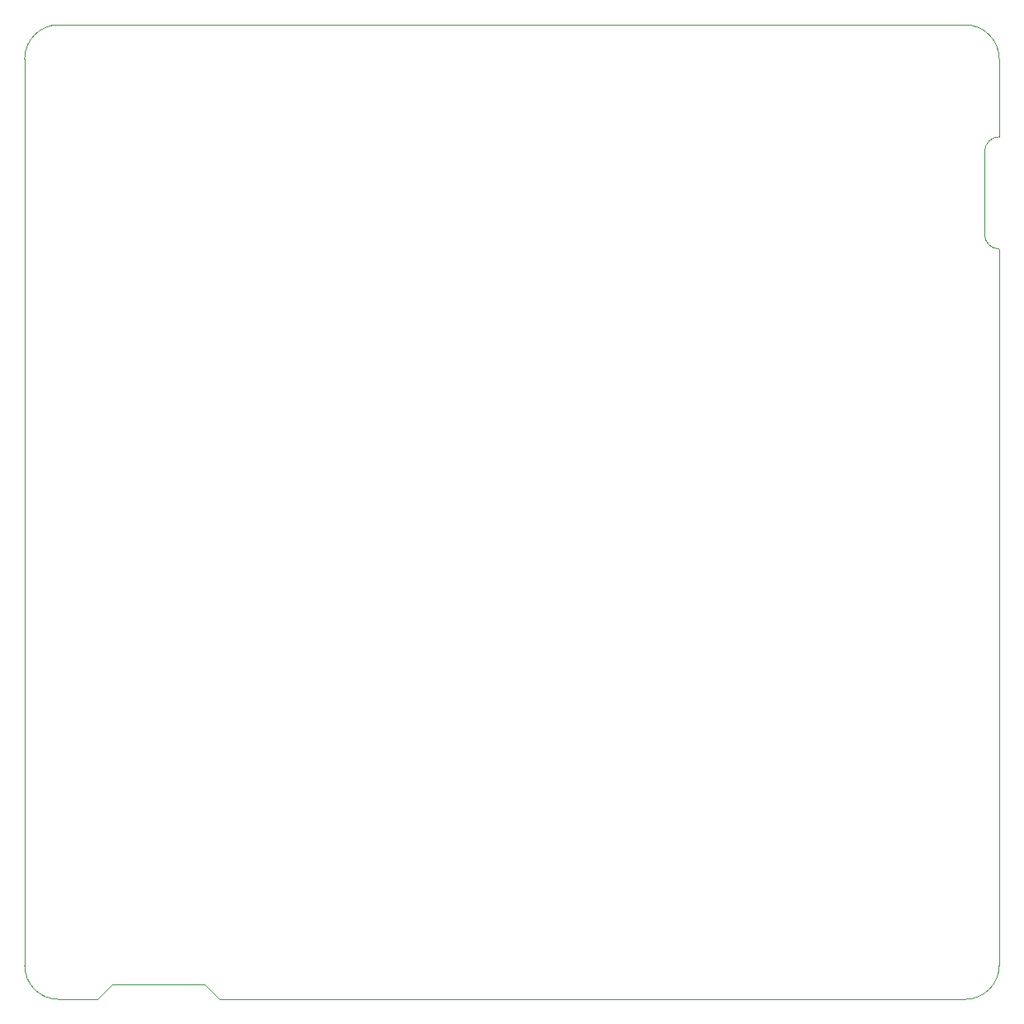
<source format=gm1>
G04 #@! TF.GenerationSoftware,KiCad,Pcbnew,(5.1.10)-1*
G04 #@! TF.CreationDate,2021-11-18T19:13:28-07:00*
G04 #@! TF.ProjectId,ATSAME51Demo,41545341-4d45-4353-9144-656d6f2e6b69,1.0*
G04 #@! TF.SameCoordinates,Original*
G04 #@! TF.FileFunction,Profile,NP*
%FSLAX46Y46*%
G04 Gerber Fmt 4.6, Leading zero omitted, Abs format (unit mm)*
G04 Created by KiCad (PCBNEW (5.1.10)-1) date 2021-11-18 19:13:28*
%MOMM*%
%LPD*%
G01*
G04 APERTURE LIST*
G04 #@! TA.AperFunction,Profile*
%ADD10C,0.050000*%
G04 #@! TD*
G04 APERTURE END LIST*
D10*
X53500000Y-160000000D02*
X57500000Y-160000000D01*
X59000000Y-158500000D02*
X57500000Y-160000000D01*
X68500000Y-158500000D02*
X59000000Y-158500000D01*
X70000000Y-160000000D02*
X68500000Y-158500000D01*
X150000000Y-63500000D02*
X150000000Y-71500000D01*
X148500000Y-81500000D02*
X148500000Y-73000000D01*
X150000000Y-83000000D02*
G75*
G02*
X148500000Y-81500000I0J1500000D01*
G01*
X148500000Y-73000000D02*
G75*
G02*
X150000000Y-71500000I1500000J0D01*
G01*
X50000000Y-63500000D02*
G75*
G02*
X53500000Y-60000000I3500000J0D01*
G01*
X53500000Y-160000000D02*
G75*
G02*
X50000000Y-156500000I0J3500000D01*
G01*
X150000000Y-156500000D02*
G75*
G02*
X146500000Y-160000000I-3500000J0D01*
G01*
X146500000Y-60000000D02*
G75*
G02*
X150000000Y-63500000I0J-3500000D01*
G01*
X50000000Y-63500000D02*
X50000000Y-156500000D01*
X146500000Y-60000000D02*
X53500000Y-60000000D01*
X150000000Y-156500000D02*
X150000000Y-83000000D01*
X70000000Y-160000000D02*
X146500000Y-160000000D01*
M02*

</source>
